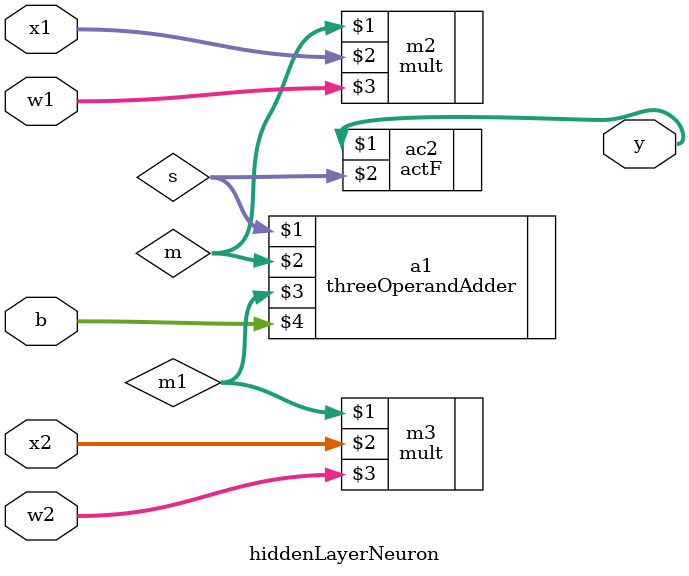
<source format=v>
`timescale 1ns / 1ps


module hiddenLayerNeuron( y,x1,x2,w1,w2,b

    );
    input [1:0] x1,x2,w1,w2;
    input [3:0] b;
    output [1:0]y;
    wire [3:0] m,m1;
    wire [4:0] s;
    
    
    mult m2(m,x1,w1);
    mult m3(m1,x2,w2);
    threeOperandAdder a1(s,m,m1,b);
    actF ac2 (y,s);
endmodule

</source>
